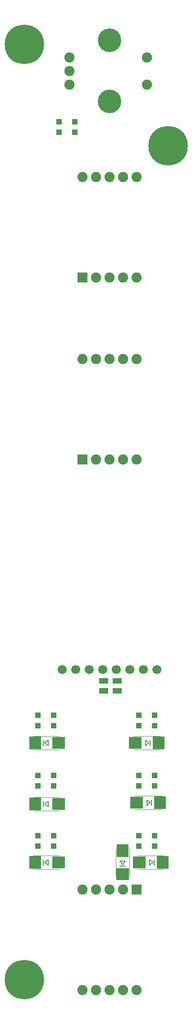
<source format=gbr>
G04 #@! TF.FileFunction,Soldermask,Top*
%FSLAX46Y46*%
G04 Gerber Fmt 4.6, Leading zero omitted, Abs format (unit mm)*
G04 Created by KiCad (PCBNEW 4.0.4+e1-6308~48~ubuntu14.04.1-stable) date Thu Sep  7 12:28:42 2017*
%MOMM*%
%LPD*%
G01*
G04 APERTURE LIST*
%ADD10C,0.100000*%
%ADD11C,0.150000*%
%ADD12C,4.400000*%
%ADD13C,1.900000*%
%ADD14R,1.900000X1.900000*%
%ADD15C,1.700000*%
%ADD16R,2.200000X2.400000*%
%ADD17R,2.400000X2.200000*%
%ADD18R,1.700000X1.100000*%
%ADD19R,1.050000X1.100000*%
%ADD20C,7.400000*%
G04 APERTURE END LIST*
D10*
D11*
X121952000Y-157671000D02*
X122968000Y-157671000D01*
X122460000Y-157417000D02*
X121952000Y-156782000D01*
X121952000Y-156782000D02*
X122968000Y-156782000D01*
X122968000Y-156782000D02*
X122460000Y-157417000D01*
D10*
X123710000Y-159536000D02*
X123710000Y-154536000D01*
X121210000Y-159536000D02*
X121210000Y-154536000D01*
D11*
X107601000Y-134176000D02*
X107601000Y-135192000D01*
X107855000Y-134684000D02*
X108490000Y-134176000D01*
X108490000Y-134176000D02*
X108490000Y-135192000D01*
X108490000Y-135192000D02*
X107855000Y-134684000D01*
D10*
X105736000Y-135934000D02*
X110736000Y-135934000D01*
X105736000Y-133434000D02*
X110736000Y-133434000D01*
D11*
X107601000Y-145606000D02*
X107601000Y-146622000D01*
X107855000Y-146114000D02*
X108490000Y-145606000D01*
X108490000Y-145606000D02*
X108490000Y-146622000D01*
X108490000Y-146622000D02*
X107855000Y-146114000D01*
D10*
X105736000Y-147364000D02*
X110736000Y-147364000D01*
X105736000Y-144864000D02*
X110736000Y-144864000D01*
D11*
X107601000Y-156528000D02*
X107601000Y-157544000D01*
X107855000Y-157036000D02*
X108490000Y-156528000D01*
X108490000Y-156528000D02*
X108490000Y-157544000D01*
X108490000Y-157544000D02*
X107855000Y-157036000D01*
D10*
X105736000Y-158286000D02*
X110736000Y-158286000D01*
X105736000Y-155786000D02*
X110736000Y-155786000D01*
D11*
X127667000Y-135192000D02*
X127667000Y-134176000D01*
X127413000Y-134684000D02*
X126778000Y-135192000D01*
X126778000Y-135192000D02*
X126778000Y-134176000D01*
X126778000Y-134176000D02*
X127413000Y-134684000D01*
D10*
X129532000Y-133434000D02*
X124532000Y-133434000D01*
X129532000Y-135934000D02*
X124532000Y-135934000D01*
D11*
X127921000Y-146368000D02*
X127921000Y-145352000D01*
X127667000Y-145860000D02*
X127032000Y-146368000D01*
X127032000Y-146368000D02*
X127032000Y-145352000D01*
X127032000Y-145352000D02*
X127667000Y-145860000D01*
D10*
X129786000Y-144610000D02*
X124786000Y-144610000D01*
X129786000Y-147110000D02*
X124786000Y-147110000D01*
D11*
X128429000Y-157544000D02*
X128429000Y-156528000D01*
X128175000Y-157036000D02*
X127540000Y-157544000D01*
X127540000Y-157544000D02*
X127540000Y-156528000D01*
X127540000Y-156528000D02*
X128175000Y-157036000D01*
D10*
X130294000Y-155786000D02*
X125294000Y-155786000D01*
X130294000Y-158286000D02*
X125294000Y-158286000D01*
D12*
X120000000Y-14700000D03*
D13*
X127000000Y-6460000D03*
X112500000Y-11540000D03*
X112500000Y-9000000D03*
X112500000Y-6460000D03*
X127000000Y-11540000D03*
D12*
X120000000Y-3300000D03*
D13*
X114920000Y-62860000D03*
X117460000Y-62860000D03*
X120000000Y-62860000D03*
X122540000Y-62860000D03*
X125080000Y-62860000D03*
D14*
X114920000Y-81640000D03*
D13*
X117460000Y-81640000D03*
X125080000Y-81640000D03*
X122540000Y-81640000D03*
X120000000Y-81640000D03*
X114920000Y-28860000D03*
X117460000Y-28860000D03*
X120000000Y-28860000D03*
X122540000Y-28860000D03*
X125080000Y-28860000D03*
D14*
X114920000Y-47640000D03*
D13*
X117460000Y-47640000D03*
X125080000Y-47640000D03*
X122540000Y-47640000D03*
X120000000Y-47640000D03*
D15*
X128890000Y-120990000D03*
X126350000Y-120990000D03*
X123810000Y-120990000D03*
X121270000Y-120990000D03*
X118730000Y-120990000D03*
X116190000Y-120990000D03*
X113650000Y-120990000D03*
X111110000Y-120990000D03*
D16*
X122460000Y-154836000D03*
D17*
X122460000Y-159236000D03*
X110436000Y-134684000D03*
D16*
X106036000Y-134684000D03*
D17*
X110436000Y-146114000D03*
D16*
X106036000Y-146114000D03*
D17*
X110436000Y-157036000D03*
D16*
X106036000Y-157036000D03*
D17*
X124832000Y-134684000D03*
D16*
X129232000Y-134684000D03*
D17*
X125086000Y-145860000D03*
D16*
X129486000Y-145860000D03*
D17*
X125594000Y-157036000D03*
D16*
X129994000Y-157036000D03*
D18*
X118904000Y-124966000D03*
X118904000Y-123066000D03*
X121444000Y-124966000D03*
X121444000Y-123066000D03*
D13*
X125080000Y-180890000D03*
X122540000Y-180890000D03*
X120000000Y-180890000D03*
X117460000Y-180890000D03*
X114920000Y-180890000D03*
D14*
X125080000Y-162110000D03*
D13*
X122540000Y-162110000D03*
X114920000Y-162110000D03*
X117460000Y-162110000D03*
X120000000Y-162110000D03*
D19*
X113475000Y-18550000D03*
X113475000Y-20450000D03*
X110525000Y-18550000D03*
X110525000Y-20450000D03*
X109475000Y-129550000D03*
X109475000Y-131450000D03*
X106525000Y-129550000D03*
X106525000Y-131450000D03*
X109475000Y-140800000D03*
X109475000Y-142700000D03*
X106525000Y-140800000D03*
X106525000Y-142700000D03*
X109475000Y-152050000D03*
X109475000Y-153950000D03*
X106525000Y-152050000D03*
X106525000Y-153950000D03*
X125525000Y-131450000D03*
X125525000Y-129550000D03*
X128475000Y-131450000D03*
X128475000Y-129550000D03*
X125525000Y-142700000D03*
X125525000Y-140800000D03*
X128475000Y-142700000D03*
X128475000Y-140800000D03*
X125525000Y-153950000D03*
X125525000Y-152050000D03*
X128475000Y-153950000D03*
X128475000Y-152050000D03*
D20*
X104000000Y-179000000D03*
X104000000Y-4000000D03*
X131000000Y-23000000D03*
M02*

</source>
